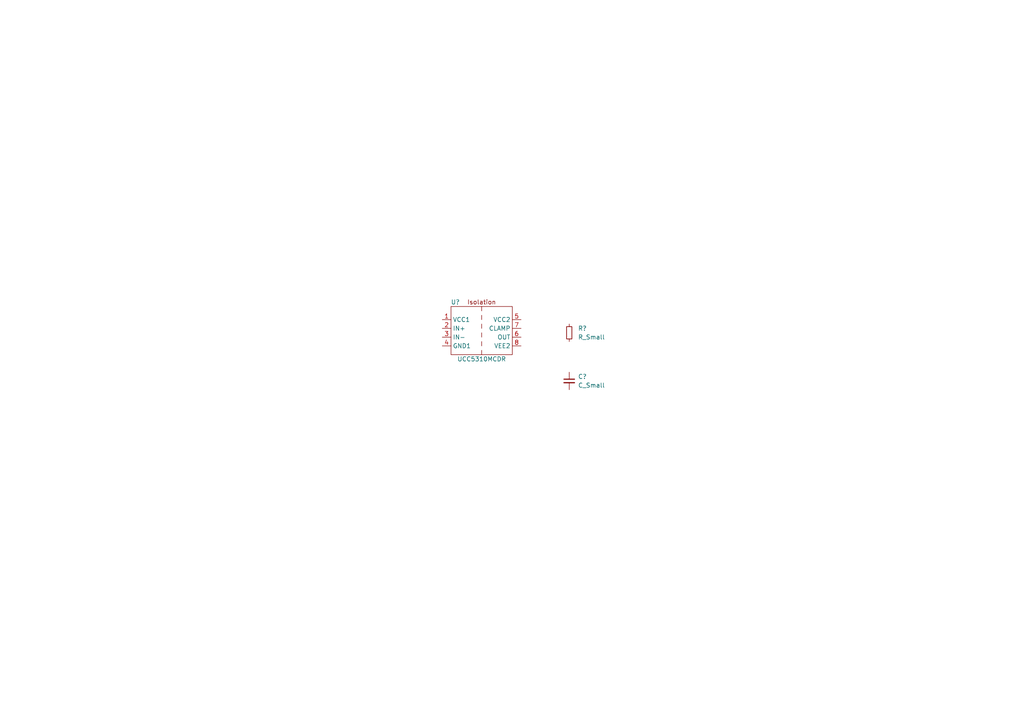
<source format=kicad_sch>
(kicad_sch (version 20211123) (generator eeschema)
  (paper "A4")
  (lib_symbols
    (symbol "Device:C_Small" (pin_numbers hide) (pin_names (offset 0.254) hide)
      (property "Reference" "C" (at 0.254 1.778 0))
      (property "Value" "C_Small" (at 0.254 -2.032 0))
      (symbol "C_Small_0_1"
        (polyline (pts (xy -1.524 -0.508) (xy 1.524 -0.508)) (stroke (width 0.3302)))
        (polyline (pts (xy -1.524 0.508) (xy 1.524 0.508)) (stroke (width 0.3048)))
      )
      (symbol "C_Small_1_1"
        (pin passive line (at 0 2.54 270) (length 2.032) (name "~") (number "1"))
        (pin passive line (at 0 -2.54 90) (length 2.032) (name "~") (number "2"))
      )
    )
    (symbol "Device:R_Small" (pin_numbers hide) (pin_names (offset 0.254) hide)
      (property "Reference" "R" (at 0.762 0.508 0))
      (property "Value" "R_Small" (at 0.762 -1.016 0))
      (symbol "R_Small_0_1"
        (rectangle (start -0.762 1.778) (end 0.762 -1.778) (stroke (width 0.2032)))
      )
      (symbol "R_Small_1_1"
        (pin passive line (at 0 2.54 270) (length 0.762) (name "~") (number "1"))
        (pin passive line (at 0 -2.54 90) (length 0.762) (name "~") (number "2"))
      )
    )
    (symbol "UCC5310MCDR_1"
      (property "Reference" "U?" (at -8.89 -7.62 0))
      (property "Value" "UCC5310MCDR_1" (at 11.43 -7.62 0))
      (symbol "UCC5310MCDR_1_0_0"
        (text "Isolation" (at 0 8.89 0) (effects (font (size 1.27 1.27))))
      )
      (symbol "UCC5310MCDR_1_0_1"
        (rectangle (start -8.89 7.62) (end 8.89 -6.35))
        (polyline (pts (xy 0 -6.35) (xy 0 -5.08)))
        (polyline (pts (xy 0 -3.81) (xy 0 -2.54)))
        (polyline (pts (xy 0 -1.27) (xy 0 0)))
        (polyline (pts (xy 0 1.27) (xy 0 2.54)))
        (polyline (pts (xy 0 3.81) (xy 0 5.08)))
        (polyline (pts (xy 0 6.35) (xy 0 7.62)))
      )
      (symbol "UCC5310MCDR_1_1_1"
        (pin power_in line (at -11.43 3.81 0) (length 2.54) (name "VCC1") (number "1"))
        (pin input line (at -11.43 1.27 0) (length 2.54) (name "IN+") (number "2"))
        (pin input line (at -11.43 -1.27 0) (length 2.54) (name "IN-") (number "3"))
        (pin power_in line (at -11.43 -3.81 0) (length 2.54) (name "GND1") (number "4"))
        (pin power_in line (at 11.43 3.81 180) (length 2.54) (name "VCC2") (number "5"))
        (pin output line (at 11.43 -1.27 180) (length 2.54) (name "OUT") (number "6"))
        (pin output line (at 11.43 1.27 180) (length 2.54) (name "CLAMP") (number "7"))
        (pin power_in line (at 11.43 -3.81 180) (length 2.54) (name "VEE2") (number "8"))
      )
    )
  )
  (symbol (lib_id "Device:R_Small") (at 165.1 96.52 0) (unit 1)
    (property "Reference" "R?" (at 167.64 95.2499 0) (effects (justify left)))
    (property "Value" "R_Small" (at 167.64 97.7899 0) (effects (justify left)))
  )
  (symbol (lib_name "UCC5310MCDR_1") (lib_id "bryce:UCC5310MCDR") (at 139.7 96.52 0) (unit 1)
    (property "Reference" "U?" (at 132.08 87.63 0))
    (property "Value" "UCC5310MCDR" (at 139.7 104.14 0))
    (property "Footprint" "bryce:SOIC8" (effects hide))
    (property "Datasheet" "https://www.ti.com/general/docs/suppproductinfo.tsp?distId=10&gotoUrl=http%253A%252F%252Fwww.ti.com%252Flit%252Fgpn%252Fucc5310" (effects hide))
  )
  (symbol (lib_id "Device:C_Small") (at 165.1 110.49 0) (unit 1)
    (property "Reference" "C?" (at 167.64 109.2262 0) (effects (justify left)))
    (property "Value" "C_Small" (at 167.64 111.7662 0) (effects (justify left)))
  )
)
</source>
